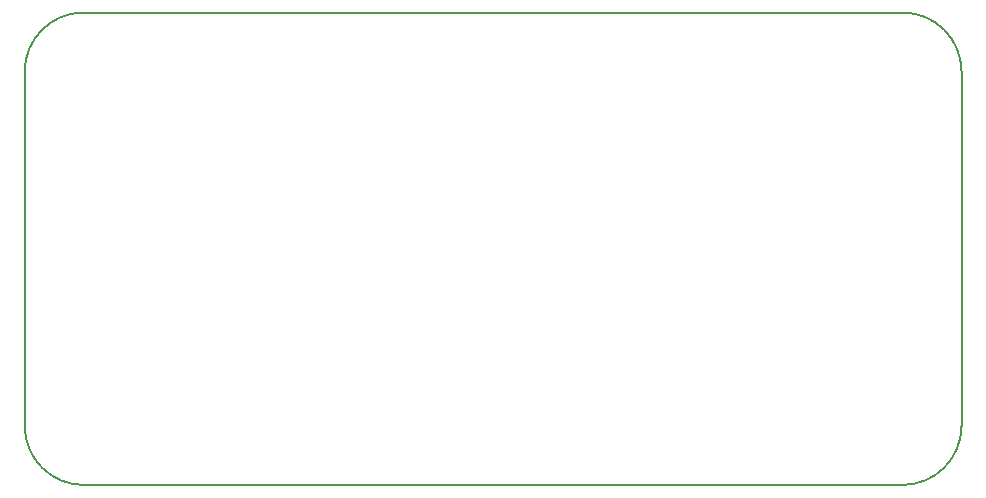
<source format=gko>
G04 Layer: BoardOutlineLayer*
G04 EasyEDA Pro v2.2.27.1, 2024-09-15 10:59:50*
G04 Gerber Generator version 0.3*
G04 Scale: 100 percent, Rotated: No, Reflected: No*
G04 Dimensions in millimeters*
G04 Leading zeros omitted, absolute positions, 3 integers and 5 decimals*
%TF.GenerationSoftware,KiCad,Pcbnew,8.0.5*%
%TF.CreationDate,2024-10-21T18:28:28+08:00*%
%TF.ProjectId,redraw_TH,72656472-6177-45f5-9448-2e6b69636164,rev?*%
%TF.SameCoordinates,Original*%
%TF.FileFunction,Profile,NP*%
%FSLAX46Y46*%
G04 Gerber Fmt 4.6, Leading zero omitted, Abs format (unit mm)*
G04 Created by KiCad (PCBNEW 8.0.5) date 2024-10-21 18:28:28*
%MOMM*%
%LPD*%
G01*
G04 APERTURE LIST*
%TA.AperFunction,Profile*%
%ADD10C,0.200000*%
%TD*%
G04 APERTURE END LIST*
D10*
X66450000Y-81600000D02*
X135770000Y-81600000D01*
X135770000Y-121600000D02*
X66450000Y-121600000D01*
X61450000Y-116600000D02*
X61450000Y-86600000D01*
X66450000Y-121600000D02*
G75*
G02*
X61450000Y-116600000I0J5000000D01*
G01*
X140770000Y-116600000D02*
G75*
G02*
X135770000Y-121600000I-5000000J0D01*
G01*
X140770000Y-86600000D02*
X140770000Y-116600000D01*
X61450000Y-86600000D02*
G75*
G02*
X66450000Y-81600000I5000000J0D01*
G01*
X135770000Y-81600000D02*
G75*
G02*
X140770000Y-86600000I0J-5000000D01*
G01*
M02*

</source>
